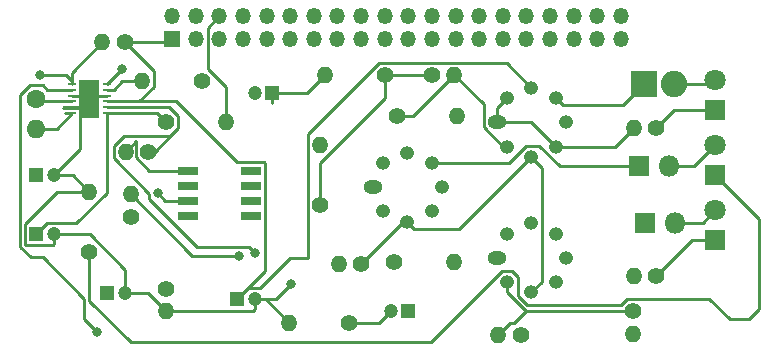
<source format=gbr>
%TF.GenerationSoftware,KiCad,Pcbnew,(5.1.10)-1*%
%TF.CreationDate,2021-06-16T23:55:04+02:00*%
%TF.ProjectId,_Final_EEE3088Project,5f46696e-616c-45f4-9545-453330383850,rev?*%
%TF.SameCoordinates,Original*%
%TF.FileFunction,Copper,L1,Top*%
%TF.FilePolarity,Positive*%
%FSLAX46Y46*%
G04 Gerber Fmt 4.6, Leading zero omitted, Abs format (unit mm)*
G04 Created by KiCad (PCBNEW (5.1.10)-1) date 2021-06-16 23:55:04*
%MOMM*%
%LPD*%
G01*
G04 APERTURE LIST*
%TA.AperFunction,ComponentPad*%
%ADD10O,1.400000X1.400000*%
%TD*%
%TA.AperFunction,ComponentPad*%
%ADD11C,1.400000*%
%TD*%
%TA.AperFunction,SMDPad,CuDef*%
%ADD12R,0.700000X0.250000*%
%TD*%
%TA.AperFunction,SMDPad,CuDef*%
%ADD13R,1.700000X3.300000*%
%TD*%
%TA.AperFunction,ComponentPad*%
%ADD14C,1.200000*%
%TD*%
%TA.AperFunction,ComponentPad*%
%ADD15R,1.200000X1.200000*%
%TD*%
%TA.AperFunction,ComponentPad*%
%ADD16R,2.240000X2.240000*%
%TD*%
%TA.AperFunction,ComponentPad*%
%ADD17O,2.240000X2.240000*%
%TD*%
%TA.AperFunction,ComponentPad*%
%ADD18R,1.800000X1.800000*%
%TD*%
%TA.AperFunction,ComponentPad*%
%ADD19O,1.800000X1.800000*%
%TD*%
%TA.AperFunction,ComponentPad*%
%ADD20R,1.350000X1.350000*%
%TD*%
%TA.AperFunction,ComponentPad*%
%ADD21O,1.350000X1.350000*%
%TD*%
%TA.AperFunction,ComponentPad*%
%ADD22C,1.600000*%
%TD*%
%TA.AperFunction,ComponentPad*%
%ADD23O,1.600000X1.600000*%
%TD*%
%TA.AperFunction,ComponentPad*%
%ADD24C,1.800000*%
%TD*%
%TA.AperFunction,ComponentPad*%
%ADD25O,1.600000X1.200000*%
%TD*%
%TA.AperFunction,ComponentPad*%
%ADD26O,1.200000X1.200000*%
%TD*%
%TA.AperFunction,SMDPad,CuDef*%
%ADD27R,1.800000X0.800000*%
%TD*%
%TA.AperFunction,ViaPad*%
%ADD28C,0.800000*%
%TD*%
%TA.AperFunction,Conductor*%
%ADD29C,0.250000*%
%TD*%
G04 APERTURE END LIST*
D10*
%TO.P,R5,2*%
%TO.N,Net-(Buck/Boost1-Pad11)*%
X107720000Y-80200000D03*
D11*
%TO.P,R5,1*%
%TO.N,Net-(C3-Pad2)*%
X112800000Y-80200000D03*
%TD*%
%TO.P,R4,1*%
%TO.N,Net-(Buck/Boost1-Pad7)*%
X109800000Y-83700000D03*
D10*
%TO.P,R4,2*%
%TO.N,GND*%
X114880000Y-83700000D03*
%TD*%
D12*
%TO.P,Buck/Boost1,1*%
%TO.N,Net-(Buck/Boost1-Pad1)*%
X101850000Y-80450000D03*
%TO.P,Buck/Boost1,2*%
%TO.N,Net-(Buck/Boost1-Pad2)*%
X101850000Y-80950000D03*
%TO.P,Buck/Boost1,3*%
%TO.N,GND*%
X101850000Y-81450000D03*
%TO.P,Buck/Boost1,4*%
%TO.N,Net-(Buck/Boost1-Pad4)*%
X101850000Y-81950000D03*
%TO.P,Buck/Boost1,5*%
%TO.N,GND*%
X101850000Y-82450000D03*
%TO.P,Buck/Boost1,6*%
%TO.N,Net-(Buck/Boost1-Pad6)*%
X101850000Y-82950000D03*
%TO.P,Buck/Boost1,7*%
%TO.N,Net-(Buck/Boost1-Pad7)*%
X104750000Y-82950000D03*
%TO.P,Buck/Boost1,8*%
%TO.N,/Vreg*%
X104750000Y-82450000D03*
%TO.P,Buck/Boost1,9*%
%TO.N,Vin*%
X104750000Y-81950000D03*
%TO.P,Buck/Boost1,10*%
%TO.N,GND*%
X104750000Y-81450000D03*
%TO.P,Buck/Boost1,11*%
%TO.N,Net-(Buck/Boost1-Pad11)*%
X104750000Y-80950000D03*
%TO.P,Buck/Boost1,12*%
%TO.N,Net-(Buck/Boost1-Pad12)*%
X104750000Y-80450000D03*
D13*
%TO.P,Buck/Boost1,13*%
%TO.N,GND*%
X103300000Y-81700000D03*
%TD*%
D14*
%TO.P,C1,2*%
%TO.N,GND*%
X100300000Y-88200000D03*
D15*
%TO.P,C1,1*%
%TO.N,Net-(Buck/Boost1-Pad1)*%
X98800000Y-88200000D03*
%TD*%
%TO.P,C2,1*%
%TO.N,Vin*%
X115800000Y-98700000D03*
D14*
%TO.P,C2,2*%
%TO.N,GND*%
X117300000Y-98700000D03*
%TD*%
D15*
%TO.P,C3,1*%
%TO.N,Net-(Buck/Boost1-Pad12)*%
X118800000Y-81200000D03*
D14*
%TO.P,C3,2*%
%TO.N,Net-(C3-Pad2)*%
X117300000Y-81200000D03*
%TD*%
%TO.P,C4,2*%
%TO.N,GND*%
X100300000Y-93200000D03*
D15*
%TO.P,C4,1*%
%TO.N,Net-(Buck/Boost1-Pad7)*%
X98800000Y-93200000D03*
%TD*%
D14*
%TO.P,C5,2*%
%TO.N,Net-(Buck/Boost1-Pad12)*%
X128800000Y-99700000D03*
D15*
%TO.P,C5,1*%
%TO.N,Net-(C5-Pad1)*%
X130300000Y-99700000D03*
%TD*%
%TO.P,C6,1*%
%TO.N,/Vreg*%
X104800000Y-98200000D03*
D14*
%TO.P,C6,2*%
%TO.N,GND*%
X106300000Y-98200000D03*
%TD*%
D16*
%TO.P,D1,1*%
%TO.N,Net-(D1-Pad1)*%
X150260000Y-80450000D03*
D17*
%TO.P,D1,2*%
%TO.N,Net-(D1-Pad2)*%
X152800000Y-80450000D03*
%TD*%
D18*
%TO.P,D2,1*%
%TO.N,Net-(D2-Pad1)*%
X149800000Y-87450000D03*
D19*
%TO.P,D2,2*%
%TO.N,Net-(D2-Pad2)*%
X152340000Y-87450000D03*
%TD*%
%TO.P,D3,2*%
%TO.N,Net-(D3-Pad2)*%
X152840000Y-92200000D03*
D18*
%TO.P,D3,1*%
%TO.N,Net-(D3-Pad1)*%
X150300000Y-92200000D03*
%TD*%
D20*
%TO.P,J1,1*%
%TO.N,Vin*%
X110300000Y-76700000D03*
D21*
%TO.P,J1,2*%
%TO.N,Net-(J1-Pad2)*%
X110300000Y-74700000D03*
%TO.P,J1,3*%
%TO.N,Net-(J1-Pad3)*%
X112300000Y-76700000D03*
%TO.P,J1,4*%
%TO.N,Net-(J1-Pad4)*%
X112300000Y-74700000D03*
%TO.P,J1,5*%
%TO.N,Net-(J1-Pad5)*%
X114300000Y-76700000D03*
%TO.P,J1,6*%
%TO.N,GND*%
X114300000Y-74700000D03*
%TO.P,J1,7*%
%TO.N,Net-(J1-Pad7)*%
X116300000Y-76700000D03*
%TO.P,J1,8*%
%TO.N,Net-(J1-Pad8)*%
X116300000Y-74700000D03*
%TO.P,J1,9*%
%TO.N,Net-(J1-Pad9)*%
X118300000Y-76700000D03*
%TO.P,J1,10*%
%TO.N,Net-(J1-Pad10)*%
X118300000Y-74700000D03*
%TO.P,J1,11*%
%TO.N,Net-(J1-Pad11)*%
X120300000Y-76700000D03*
%TO.P,J1,12*%
%TO.N,Net-(J1-Pad12)*%
X120300000Y-74700000D03*
%TO.P,J1,13*%
%TO.N,Net-(J1-Pad13)*%
X122300000Y-76700000D03*
%TO.P,J1,14*%
%TO.N,Net-(J1-Pad14)*%
X122300000Y-74700000D03*
%TO.P,J1,15*%
%TO.N,Net-(J1-Pad15)*%
X124300000Y-76700000D03*
%TO.P,J1,16*%
%TO.N,Net-(J1-Pad16)*%
X124300000Y-74700000D03*
%TO.P,J1,17*%
%TO.N,Net-(J1-Pad17)*%
X126300000Y-76700000D03*
%TO.P,J1,18*%
%TO.N,Net-(J1-Pad18)*%
X126300000Y-74700000D03*
%TO.P,J1,19*%
%TO.N,Net-(J1-Pad19)*%
X128300000Y-76700000D03*
%TO.P,J1,20*%
%TO.N,Net-(J1-Pad20)*%
X128300000Y-74700000D03*
%TO.P,J1,21*%
%TO.N,Net-(J1-Pad21)*%
X130300000Y-76700000D03*
%TO.P,J1,22*%
%TO.N,Net-(J1-Pad22)*%
X130300000Y-74700000D03*
%TO.P,J1,23*%
%TO.N,Net-(J1-Pad23)*%
X132300000Y-76700000D03*
%TO.P,J1,24*%
%TO.N,Net-(J1-Pad24)*%
X132300000Y-74700000D03*
%TO.P,J1,25*%
%TO.N,Net-(J1-Pad25)*%
X134300000Y-76700000D03*
%TO.P,J1,26*%
%TO.N,Net-(J1-Pad26)*%
X134300000Y-74700000D03*
%TO.P,J1,27*%
%TO.N,Net-(J1-Pad27)*%
X136300000Y-76700000D03*
%TO.P,J1,28*%
%TO.N,Net-(J1-Pad28)*%
X136300000Y-74700000D03*
%TO.P,J1,29*%
%TO.N,Net-(J1-Pad29)*%
X138300000Y-76700000D03*
%TO.P,J1,30*%
%TO.N,Net-(J1-Pad30)*%
X138300000Y-74700000D03*
%TO.P,J1,31*%
%TO.N,Net-(J1-Pad31)*%
X140300000Y-76700000D03*
%TO.P,J1,32*%
%TO.N,Net-(J1-Pad32)*%
X140300000Y-74700000D03*
%TO.P,J1,33*%
%TO.N,Net-(J1-Pad33)*%
X142300000Y-76700000D03*
%TO.P,J1,34*%
%TO.N,Net-(J1-Pad34)*%
X142300000Y-74700000D03*
%TO.P,J1,35*%
%TO.N,Net-(J1-Pad35)*%
X144300000Y-76700000D03*
%TO.P,J1,36*%
%TO.N,Net-(J1-Pad36)*%
X144300000Y-74700000D03*
%TO.P,J1,37*%
%TO.N,Net-(J1-Pad37)*%
X146300000Y-76700000D03*
%TO.P,J1,38*%
%TO.N,Net-(J1-Pad38)*%
X146300000Y-74700000D03*
%TO.P,J1,39*%
%TO.N,Net-(J1-Pad39)*%
X148300000Y-76700000D03*
%TO.P,J1,40*%
%TO.N,Net-(J1-Pad40)*%
X148300000Y-74700000D03*
%TD*%
D22*
%TO.P,L1,1*%
%TO.N,Net-(Buck/Boost1-Pad4)*%
X98800000Y-81700000D03*
D23*
%TO.P,L1,2*%
%TO.N,Net-(Buck/Boost1-Pad6)*%
X98800000Y-84240000D03*
%TD*%
D18*
%TO.P,LED1,1*%
%TO.N,Net-(LED1-Pad1)*%
X156300000Y-82700000D03*
D24*
%TO.P,LED1,2*%
%TO.N,Net-(D1-Pad2)*%
X156300000Y-80160000D03*
%TD*%
%TO.P,LED2,2*%
%TO.N,Net-(D2-Pad2)*%
X156300000Y-85660000D03*
D18*
%TO.P,LED2,1*%
%TO.N,Net-(LED2-Pad1)*%
X156300000Y-88200000D03*
%TD*%
%TO.P,LED3,1*%
%TO.N,Net-(LED3-Pad1)*%
X156300000Y-93700000D03*
D24*
%TO.P,LED3,2*%
%TO.N,Net-(D3-Pad2)*%
X156300000Y-91160000D03*
%TD*%
D25*
%TO.P,OP1,1*%
%TO.N,GND*%
X137800000Y-83700000D03*
D26*
%TO.P,OP1,2*%
%TO.N,Net-(OP1-Pad2)*%
X138655248Y-85764752D03*
%TO.P,OP1,3*%
%TO.N,Net-(OP1-Pad3)*%
X140720000Y-86620000D03*
%TO.P,OP1,4*%
%TO.N,GND*%
X142784752Y-85764752D03*
%TO.P,OP1,5*%
%TO.N,Net-(OP1-Pad5)*%
X143640000Y-83700000D03*
%TO.P,OP1,6*%
%TO.N,Net-(D1-Pad1)*%
X142784752Y-81635248D03*
%TO.P,OP1,7*%
%TO.N,Vin*%
X140720000Y-80780000D03*
%TO.P,OP1,8*%
%TO.N,GND*%
X138655248Y-81635248D03*
%TD*%
%TO.P,OP2,8*%
%TO.N,GND*%
X128155248Y-87135248D03*
%TO.P,OP2,7*%
%TO.N,Vin*%
X130220000Y-86280000D03*
%TO.P,OP2,6*%
%TO.N,Net-(D2-Pad1)*%
X132284752Y-87135248D03*
%TO.P,OP2,5*%
%TO.N,Net-(OP2-Pad5)*%
X133140000Y-89200000D03*
%TO.P,OP2,4*%
%TO.N,GND*%
X132284752Y-91264752D03*
%TO.P,OP2,3*%
%TO.N,Net-(OP1-Pad3)*%
X130220000Y-92120000D03*
%TO.P,OP2,2*%
%TO.N,Net-(OP2-Pad2)*%
X128155248Y-91264752D03*
D25*
%TO.P,OP2,1*%
%TO.N,GND*%
X127300000Y-89200000D03*
%TD*%
%TO.P,OP3,1*%
%TO.N,GND*%
X137800000Y-95200000D03*
D26*
%TO.P,OP3,2*%
%TO.N,Net-(OP3-Pad2)*%
X138655248Y-97264752D03*
%TO.P,OP3,3*%
%TO.N,Net-(OP1-Pad3)*%
X140720000Y-98120000D03*
%TO.P,OP3,4*%
%TO.N,GND*%
X142784752Y-97264752D03*
%TO.P,OP3,5*%
%TO.N,Net-(OP3-Pad5)*%
X143640000Y-95200000D03*
%TO.P,OP3,6*%
%TO.N,Net-(D3-Pad1)*%
X142784752Y-93135248D03*
%TO.P,OP3,7*%
%TO.N,Vin*%
X140720000Y-92280000D03*
%TO.P,OP3,8*%
%TO.N,GND*%
X138655248Y-93135248D03*
%TD*%
D10*
%TO.P,R1,2*%
%TO.N,Net-(Buck/Boost1-Pad1)*%
X104400000Y-76950000D03*
D11*
%TO.P,R1,1*%
%TO.N,Vin*%
X106300000Y-76950000D03*
%TD*%
%TO.P,R2,1*%
%TO.N,Net-(Buck/Boost1-Pad2)*%
X109800000Y-97800000D03*
D10*
%TO.P,R2,2*%
%TO.N,GND*%
X109800000Y-99700000D03*
%TD*%
D11*
%TO.P,R3,1*%
%TO.N,/Vreg*%
X108300000Y-86200000D03*
D10*
%TO.P,R3,2*%
%TO.N,Net-(R3-Pad2)*%
X106400000Y-86200000D03*
%TD*%
D11*
%TO.P,R6,1*%
%TO.N,/Vreg*%
X128300000Y-79700000D03*
D10*
%TO.P,R6,2*%
%TO.N,Net-(Buck/Boost1-Pad12)*%
X123220000Y-79700000D03*
%TD*%
D11*
%TO.P,R7,1*%
%TO.N,Net-(Buck/Boost1-Pad12)*%
X125300000Y-100700000D03*
D10*
%TO.P,R7,2*%
%TO.N,GND*%
X120220000Y-100700000D03*
%TD*%
%TO.P,R8,2*%
%TO.N,/Vtemp*%
X124400000Y-95700000D03*
D11*
%TO.P,R8,1*%
%TO.N,Net-(OP1-Pad3)*%
X126300000Y-95700000D03*
%TD*%
D10*
%TO.P,R9,2*%
%TO.N,Net-(C5-Pad1)*%
X106800000Y-89800000D03*
D11*
%TO.P,R9,1*%
%TO.N,/Vreg*%
X106800000Y-91700000D03*
%TD*%
%TO.P,R10,1*%
%TO.N,Net-(LED1-Pad1)*%
X151300000Y-84200000D03*
D10*
%TO.P,R10,2*%
%TO.N,GND*%
X149400000Y-84200000D03*
%TD*%
D11*
%TO.P,R11,1*%
%TO.N,/Vreg*%
X132300000Y-79700000D03*
D10*
%TO.P,R11,2*%
%TO.N,Net-(OP1-Pad2)*%
X134200000Y-79700000D03*
%TD*%
%TO.P,R12,2*%
%TO.N,GND*%
X134380000Y-83200000D03*
D11*
%TO.P,R12,1*%
%TO.N,Net-(OP1-Pad2)*%
X129300000Y-83200000D03*
%TD*%
D10*
%TO.P,R13,2*%
%TO.N,GND*%
X103300000Y-89620000D03*
D11*
%TO.P,R13,1*%
%TO.N,Net-(LED2-Pad1)*%
X103300000Y-94700000D03*
%TD*%
%TO.P,R14,1*%
%TO.N,/Vreg*%
X122800000Y-90700000D03*
D10*
%TO.P,R14,2*%
%TO.N,Net-(OP2-Pad2)*%
X122800000Y-85620000D03*
%TD*%
%TO.P,R15,2*%
%TO.N,GND*%
X134180000Y-95500000D03*
D11*
%TO.P,R15,1*%
%TO.N,Net-(OP2-Pad2)*%
X129100000Y-95500000D03*
%TD*%
D10*
%TO.P,R16,2*%
%TO.N,GND*%
X149400000Y-96700000D03*
D11*
%TO.P,R16,1*%
%TO.N,Net-(LED3-Pad1)*%
X151300000Y-96700000D03*
%TD*%
D10*
%TO.P,R17,2*%
%TO.N,Net-(OP3-Pad2)*%
X137900000Y-101700000D03*
D11*
%TO.P,R17,1*%
%TO.N,/Vreg*%
X139800000Y-101700000D03*
%TD*%
%TO.P,R18,1*%
%TO.N,Net-(OP3-Pad2)*%
X149300000Y-99700000D03*
D10*
%TO.P,R18,2*%
%TO.N,GND*%
X149300000Y-101600000D03*
%TD*%
D27*
%TO.P,TMP1,1*%
%TO.N,Net-(R3-Pad2)*%
X111660000Y-87795000D03*
%TO.P,TMP1,2*%
%TO.N,N/C*%
X111660000Y-89065000D03*
%TO.P,TMP1,3*%
%TO.N,GND*%
X111660000Y-90335000D03*
%TO.P,TMP1,4*%
%TO.N,N/C*%
X111660000Y-91605000D03*
%TO.P,TMP1,5*%
X116940000Y-91605000D03*
%TO.P,TMP1,6*%
X116940000Y-90335000D03*
%TO.P,TMP1,7*%
X116940000Y-89065000D03*
%TO.P,TMP1,8*%
X116940000Y-87795000D03*
%TD*%
D28*
%TO.N,Net-(Buck/Boost1-Pad1)*%
X99134998Y-79700000D03*
%TO.N,Net-(Buck/Boost1-Pad2)*%
X103950000Y-101450000D03*
%TO.N,GND*%
X120400000Y-97400000D03*
X120400000Y-97400000D03*
X109100000Y-89700000D03*
%TO.N,/Vreg*%
X117300000Y-94800000D03*
%TO.N,Net-(Buck/Boost1-Pad12)*%
X106025001Y-79174999D03*
%TO.N,Net-(C5-Pad1)*%
X116000000Y-95000000D03*
%TD*%
D29*
%TO.N,Net-(Buck/Boost1-Pad1)*%
X101850000Y-80450000D02*
X101850000Y-80064998D01*
X104400000Y-76950000D02*
X101850000Y-79500000D01*
X101300000Y-79700000D02*
X101850000Y-80250000D01*
X99134998Y-79700000D02*
X101300000Y-79700000D01*
X101850000Y-80250000D02*
X101850000Y-80450000D01*
X101850000Y-79500000D02*
X101850000Y-80250000D01*
%TO.N,Net-(Buck/Boost1-Pad2)*%
X101850000Y-80950000D02*
X101550000Y-80950000D01*
X102849990Y-98649990D02*
X102849990Y-100349990D01*
X99340001Y-95140001D02*
X102849990Y-98649990D01*
X97424990Y-94246402D02*
X98318589Y-95140001D01*
X98259999Y-80574999D02*
X97424990Y-81410008D01*
X97424990Y-81410008D02*
X97424990Y-94246402D01*
X99340001Y-80574999D02*
X98259999Y-80574999D01*
X98318589Y-95140001D02*
X99340001Y-95140001D01*
X99715002Y-80950000D02*
X99340001Y-80574999D01*
X101850000Y-80950000D02*
X99715002Y-80950000D01*
X102849990Y-100349990D02*
X103950000Y-101450000D01*
X103950000Y-101450000D02*
X104000000Y-101500000D01*
%TO.N,GND*%
X102550000Y-82450000D02*
X103300000Y-81700000D01*
X101850000Y-82450000D02*
X102550000Y-82450000D01*
X103550000Y-81450000D02*
X103300000Y-81700000D01*
X104750000Y-81450000D02*
X103550000Y-81450000D01*
X102450000Y-82450000D02*
X101850000Y-82450000D01*
X102525001Y-82374999D02*
X102450000Y-82450000D01*
X102450000Y-81450000D02*
X102525001Y-81525001D01*
X102525001Y-81525001D02*
X102525001Y-82374999D01*
X101850000Y-81450000D02*
X102450000Y-81450000D01*
X102525001Y-82564999D02*
X102525001Y-85974999D01*
X102460001Y-82499999D02*
X102525001Y-82564999D01*
X101063591Y-82499999D02*
X102460001Y-82499999D01*
X102525001Y-85974999D02*
X100300000Y-88200000D01*
X101113590Y-82450000D02*
X101063591Y-82499999D01*
X101850000Y-82450000D02*
X101113590Y-82450000D01*
X101880000Y-88200000D02*
X103300000Y-89620000D01*
X100300000Y-88200000D02*
X101880000Y-88200000D01*
X114880000Y-80762998D02*
X114880000Y-83700000D01*
X113300000Y-79182998D02*
X114880000Y-80762998D01*
X113300000Y-75700000D02*
X113300000Y-79182998D01*
X114300000Y-74700000D02*
X113300000Y-75700000D01*
X100594998Y-89620000D02*
X103300000Y-89620000D01*
X97874999Y-94060001D02*
X97874999Y-92339999D01*
X97939999Y-94125001D02*
X97874999Y-94060001D01*
X100223527Y-94125001D02*
X97939999Y-94125001D01*
X100300000Y-94048528D02*
X100223527Y-94125001D01*
X97874999Y-92339999D02*
X100594998Y-89620000D01*
X100300000Y-93200000D02*
X100300000Y-94048528D01*
X106300000Y-96182998D02*
X106300000Y-98200000D01*
X103317002Y-93200000D02*
X106300000Y-96182998D01*
X100300000Y-93200000D02*
X103317002Y-93200000D01*
X108300000Y-98200000D02*
X109800000Y-99700000D01*
X106300000Y-98200000D02*
X108300000Y-98200000D01*
X117300000Y-99548528D02*
X117300000Y-98700000D01*
X117148528Y-99700000D02*
X117300000Y-99548528D01*
X109800000Y-99700000D02*
X117148528Y-99700000D01*
X118220000Y-98700000D02*
X120220000Y-100700000D01*
X117300000Y-98700000D02*
X118220000Y-98700000D01*
X147835248Y-85764752D02*
X149400000Y-84200000D01*
X142784752Y-85764752D02*
X147835248Y-85764752D01*
X137800000Y-82490496D02*
X138655248Y-81635248D01*
X137800000Y-83700000D02*
X137800000Y-82490496D01*
X140720000Y-83700000D02*
X137800000Y-83700000D01*
X142784752Y-85764752D02*
X140720000Y-83700000D01*
X118220000Y-98700000D02*
X119100000Y-98700000D01*
X119100000Y-98700000D02*
X120400000Y-97400000D01*
X120400000Y-97400000D02*
X120400000Y-97400000D01*
X120400000Y-97400000D02*
X120400000Y-97400000D01*
X111660000Y-90335000D02*
X109735000Y-90335000D01*
X109735000Y-90335000D02*
X109100000Y-89700000D01*
X109100000Y-89700000D02*
X109100000Y-89700000D01*
%TO.N,Net-(Buck/Boost1-Pad4)*%
X98300000Y-81700000D02*
X98550000Y-81950000D01*
X99550000Y-81950000D02*
X101850000Y-81950000D01*
X99300000Y-81700000D02*
X99550000Y-81950000D01*
%TO.N,Net-(Buck/Boost1-Pad6)*%
X99960000Y-84240000D02*
X98300000Y-84240000D01*
X101850000Y-82950000D02*
X101250000Y-82950000D01*
X100560000Y-84240000D02*
X101850000Y-82950000D01*
X99300000Y-84240000D02*
X100560000Y-84240000D01*
%TO.N,Net-(Buck/Boost1-Pad7)*%
X109050000Y-82950000D02*
X109800000Y-83700000D01*
X104750000Y-82950000D02*
X109050000Y-82950000D01*
X99725001Y-92274999D02*
X98800000Y-93200000D01*
X102162003Y-92274999D02*
X99725001Y-92274999D01*
X104750000Y-89687002D02*
X102162003Y-92274999D01*
X104750000Y-82950000D02*
X104750000Y-89687002D01*
%TO.N,/Vreg*%
X104750000Y-82450000D02*
X105050000Y-82450000D01*
X104750000Y-82450000D02*
X110067002Y-82450000D01*
X128300000Y-79700000D02*
X132300000Y-79700000D01*
X110825001Y-84192001D02*
X108817002Y-86200000D01*
X108817002Y-86200000D02*
X108300000Y-86200000D01*
X110825001Y-83207999D02*
X110825001Y-84192001D01*
X110067002Y-82450000D02*
X110825001Y-83207999D01*
X128300000Y-81637002D02*
X128300000Y-79700000D01*
X122800000Y-87137002D02*
X128300000Y-81637002D01*
X122800000Y-90700000D02*
X122800000Y-87137002D01*
X112444997Y-94274999D02*
X116774999Y-94274999D01*
X108374999Y-90205001D02*
X112444997Y-94274999D01*
X105374999Y-85707999D02*
X105374999Y-86774999D01*
X108374999Y-89774999D02*
X108374999Y-90205001D01*
X106208006Y-84874992D02*
X105374999Y-85707999D01*
X105374999Y-86774999D02*
X108374999Y-89774999D01*
X110142010Y-84874992D02*
X106208006Y-84874992D01*
X110825001Y-84192001D02*
X110142010Y-84874992D01*
X116774999Y-94274999D02*
X117300000Y-94800000D01*
X117300000Y-94800000D02*
X117300000Y-94800000D01*
%TO.N,Vin*%
X110050000Y-76950000D02*
X110300000Y-76700000D01*
X106300000Y-76950000D02*
X110050000Y-76950000D01*
X138614999Y-78674999D02*
X140720000Y-80780000D01*
X127807999Y-78674999D02*
X138614999Y-78674999D01*
X121774999Y-95228411D02*
X121774999Y-84707999D01*
X121774999Y-84707999D02*
X127807999Y-78674999D01*
X116725001Y-97774999D02*
X115800000Y-98700000D01*
X117725001Y-97774999D02*
X116725001Y-97774999D01*
X120271589Y-95228411D02*
X117725001Y-97774999D01*
X121774999Y-95228411D02*
X120271589Y-95228411D01*
X108745001Y-80692001D02*
X107487002Y-81950000D01*
X108745001Y-79395001D02*
X108745001Y-80692001D01*
X106300000Y-76950000D02*
X108745001Y-79395001D01*
X118165001Y-96334999D02*
X115800000Y-98700000D01*
X118165001Y-87134999D02*
X118165001Y-96334999D01*
X118100001Y-87069999D02*
X118165001Y-87134999D01*
X115779999Y-87069999D02*
X118100001Y-87069999D01*
X110660000Y-81950000D02*
X115779999Y-87069999D01*
X107350000Y-81950000D02*
X110660000Y-81950000D01*
X107487002Y-81950000D02*
X107350000Y-81950000D01*
X107350000Y-81950000D02*
X104750000Y-81950000D01*
%TO.N,Net-(Buck/Boost1-Pad11)*%
X106100000Y-80200000D02*
X107720000Y-80200000D01*
X105350000Y-80950000D02*
X106100000Y-80200000D01*
X104750000Y-80950000D02*
X105350000Y-80950000D01*
%TO.N,Net-(Buck/Boost1-Pad12)*%
X127800000Y-100700000D02*
X128800000Y-99700000D01*
X125300000Y-100700000D02*
X127800000Y-100700000D01*
X118800000Y-82050000D02*
X118800000Y-81200000D01*
X104750000Y-80450000D02*
X106025001Y-79174999D01*
X121720000Y-81200000D02*
X123220000Y-79700000D01*
X118800000Y-81200000D02*
X121720000Y-81200000D01*
X106025001Y-79174999D02*
X106025001Y-79174999D01*
%TO.N,Net-(C5-Pad1)*%
X112000000Y-95000000D02*
X116000000Y-95000000D01*
X106800000Y-89800000D02*
X112000000Y-95000000D01*
%TO.N,Net-(D1-Pad1)*%
X148474753Y-82235247D02*
X150260000Y-80450000D01*
X143384751Y-82235247D02*
X148474753Y-82235247D01*
X142784752Y-81635248D02*
X143384751Y-82235247D01*
%TO.N,Net-(D1-Pad2)*%
X156010000Y-80450000D02*
X156300000Y-80160000D01*
X152800000Y-80450000D02*
X156010000Y-80450000D01*
%TO.N,Net-(D2-Pad2)*%
X154510000Y-87450000D02*
X156300000Y-85660000D01*
X152340000Y-87450000D02*
X154510000Y-87450000D01*
%TO.N,Net-(D2-Pad1)*%
X141345997Y-85694999D02*
X143100998Y-87450000D01*
X140275999Y-85694999D02*
X141345997Y-85694999D01*
X138835750Y-87135248D02*
X140275999Y-85694999D01*
X143100998Y-87450000D02*
X149800000Y-87450000D01*
X132284752Y-87135248D02*
X138835750Y-87135248D01*
%TO.N,Net-(D3-Pad2)*%
X155260000Y-92200000D02*
X156300000Y-91160000D01*
X152840000Y-92200000D02*
X155260000Y-92200000D01*
%TO.N,Net-(LED1-Pad1)*%
X152800000Y-82700000D02*
X151300000Y-84200000D01*
X156300000Y-82700000D02*
X152800000Y-82700000D01*
%TO.N,Net-(LED2-Pad1)*%
X159975001Y-91875001D02*
X156300000Y-88200000D01*
X159975001Y-99504001D02*
X159975001Y-91875001D01*
X159104001Y-100375001D02*
X159975001Y-99504001D01*
X157495999Y-100375001D02*
X159104001Y-100375001D01*
X155795997Y-98674999D02*
X157495999Y-100375001D01*
X148807999Y-98674999D02*
X155795997Y-98674999D01*
X148274999Y-99207999D02*
X148807999Y-98674999D01*
X140386377Y-99207999D02*
X148274999Y-99207999D01*
X139580249Y-98401871D02*
X140386377Y-99207999D01*
X139580249Y-96820751D02*
X139580249Y-98401871D01*
X138211247Y-96339751D02*
X139099249Y-96339751D01*
X132226008Y-102324990D02*
X138211247Y-96339751D01*
X106796587Y-102324990D02*
X132226008Y-102324990D01*
X139099249Y-96339751D02*
X139580249Y-96820751D01*
X103300000Y-98828403D02*
X106796587Y-102324990D01*
X103300000Y-94700000D02*
X103300000Y-98828403D01*
%TO.N,Net-(LED3-Pad1)*%
X154300000Y-93700000D02*
X151300000Y-96700000D01*
X156300000Y-93700000D02*
X154300000Y-93700000D01*
%TO.N,Net-(OP1-Pad2)*%
X138356591Y-85764752D02*
X138655248Y-85764752D01*
X136674990Y-84083151D02*
X138356591Y-85764752D01*
X136674990Y-82174990D02*
X136674990Y-84083151D01*
X134200000Y-79700000D02*
X136674990Y-82174990D01*
X130700000Y-83200000D02*
X134200000Y-79700000D01*
X129300000Y-83200000D02*
X130700000Y-83200000D01*
%TO.N,Net-(OP1-Pad3)*%
X141645001Y-97194999D02*
X140720000Y-98120000D01*
X141645001Y-87545001D02*
X141645001Y-97194999D01*
X140720000Y-86620000D02*
X141645001Y-87545001D01*
X134620001Y-92719999D02*
X140720000Y-86620000D01*
X130819999Y-92719999D02*
X134620001Y-92719999D01*
X130220000Y-92120000D02*
X130819999Y-92719999D01*
X129880000Y-92120000D02*
X130220000Y-92120000D01*
X126300000Y-95700000D02*
X129880000Y-92120000D01*
%TO.N,Net-(OP3-Pad2)*%
X138655248Y-98113280D02*
X138655248Y-97264752D01*
X140241968Y-99700000D02*
X138655248Y-98113280D01*
X149300000Y-99700000D02*
X140241968Y-99700000D01*
X138925001Y-100674999D02*
X139266969Y-100674999D01*
X137900000Y-101700000D02*
X138925001Y-100674999D01*
X139266969Y-100674999D02*
X140241968Y-99700000D01*
%TO.N,Net-(R3-Pad2)*%
X108377998Y-87795000D02*
X111660000Y-87795000D01*
X107274999Y-85325001D02*
X107274999Y-86692001D01*
X107274999Y-86692001D02*
X108377998Y-87795000D01*
X106400000Y-86200000D02*
X107274999Y-85325001D01*
%TD*%
M02*

</source>
